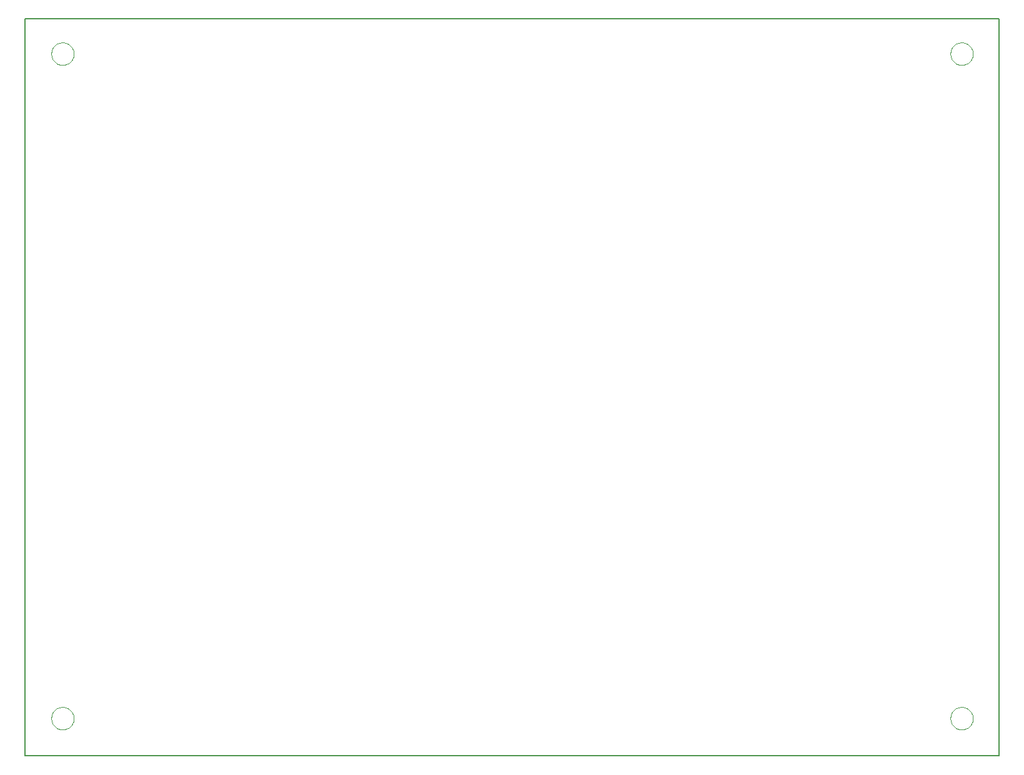
<source format=gko>
G75*
G70*
%OFA0B0*%
%FSLAX24Y24*%
%IPPOS*%
%LPD*%
%AMOC8*
5,1,8,0,0,1.08239X$1,22.5*
%
%ADD10C,0.0080*%
%ADD11C,0.0000*%
D10*
X000140Y000140D02*
X000140Y039510D01*
X052132Y039510D01*
X052132Y000140D01*
X000140Y000140D01*
D11*
X001540Y002140D02*
X001542Y002189D01*
X001548Y002237D01*
X001558Y002285D01*
X001572Y002332D01*
X001589Y002378D01*
X001610Y002422D01*
X001635Y002464D01*
X001663Y002504D01*
X001695Y002542D01*
X001729Y002577D01*
X001766Y002609D01*
X001805Y002638D01*
X001847Y002664D01*
X001891Y002686D01*
X001936Y002704D01*
X001983Y002719D01*
X002030Y002730D01*
X002079Y002737D01*
X002128Y002740D01*
X002177Y002739D01*
X002225Y002734D01*
X002274Y002725D01*
X002321Y002712D01*
X002367Y002695D01*
X002411Y002675D01*
X002454Y002651D01*
X002495Y002624D01*
X002533Y002593D01*
X002569Y002560D01*
X002601Y002524D01*
X002631Y002485D01*
X002658Y002444D01*
X002681Y002400D01*
X002700Y002355D01*
X002716Y002309D01*
X002728Y002262D01*
X002736Y002213D01*
X002740Y002164D01*
X002740Y002116D01*
X002736Y002067D01*
X002728Y002018D01*
X002716Y001971D01*
X002700Y001925D01*
X002681Y001880D01*
X002658Y001836D01*
X002631Y001795D01*
X002601Y001756D01*
X002569Y001720D01*
X002533Y001687D01*
X002495Y001656D01*
X002454Y001629D01*
X002411Y001605D01*
X002367Y001585D01*
X002321Y001568D01*
X002274Y001555D01*
X002225Y001546D01*
X002177Y001541D01*
X002128Y001540D01*
X002079Y001543D01*
X002030Y001550D01*
X001983Y001561D01*
X001936Y001576D01*
X001891Y001594D01*
X001847Y001616D01*
X001805Y001642D01*
X001766Y001671D01*
X001729Y001703D01*
X001695Y001738D01*
X001663Y001776D01*
X001635Y001816D01*
X001610Y001858D01*
X001589Y001902D01*
X001572Y001948D01*
X001558Y001995D01*
X001548Y002043D01*
X001542Y002091D01*
X001540Y002140D01*
X001540Y037640D02*
X001542Y037689D01*
X001548Y037737D01*
X001558Y037785D01*
X001572Y037832D01*
X001589Y037878D01*
X001610Y037922D01*
X001635Y037964D01*
X001663Y038004D01*
X001695Y038042D01*
X001729Y038077D01*
X001766Y038109D01*
X001805Y038138D01*
X001847Y038164D01*
X001891Y038186D01*
X001936Y038204D01*
X001983Y038219D01*
X002030Y038230D01*
X002079Y038237D01*
X002128Y038240D01*
X002177Y038239D01*
X002225Y038234D01*
X002274Y038225D01*
X002321Y038212D01*
X002367Y038195D01*
X002411Y038175D01*
X002454Y038151D01*
X002495Y038124D01*
X002533Y038093D01*
X002569Y038060D01*
X002601Y038024D01*
X002631Y037985D01*
X002658Y037944D01*
X002681Y037900D01*
X002700Y037855D01*
X002716Y037809D01*
X002728Y037762D01*
X002736Y037713D01*
X002740Y037664D01*
X002740Y037616D01*
X002736Y037567D01*
X002728Y037518D01*
X002716Y037471D01*
X002700Y037425D01*
X002681Y037380D01*
X002658Y037336D01*
X002631Y037295D01*
X002601Y037256D01*
X002569Y037220D01*
X002533Y037187D01*
X002495Y037156D01*
X002454Y037129D01*
X002411Y037105D01*
X002367Y037085D01*
X002321Y037068D01*
X002274Y037055D01*
X002225Y037046D01*
X002177Y037041D01*
X002128Y037040D01*
X002079Y037043D01*
X002030Y037050D01*
X001983Y037061D01*
X001936Y037076D01*
X001891Y037094D01*
X001847Y037116D01*
X001805Y037142D01*
X001766Y037171D01*
X001729Y037203D01*
X001695Y037238D01*
X001663Y037276D01*
X001635Y037316D01*
X001610Y037358D01*
X001589Y037402D01*
X001572Y037448D01*
X001558Y037495D01*
X001548Y037543D01*
X001542Y037591D01*
X001540Y037640D01*
X049540Y037640D02*
X049542Y037689D01*
X049548Y037737D01*
X049558Y037785D01*
X049572Y037832D01*
X049589Y037878D01*
X049610Y037922D01*
X049635Y037964D01*
X049663Y038004D01*
X049695Y038042D01*
X049729Y038077D01*
X049766Y038109D01*
X049805Y038138D01*
X049847Y038164D01*
X049891Y038186D01*
X049936Y038204D01*
X049983Y038219D01*
X050030Y038230D01*
X050079Y038237D01*
X050128Y038240D01*
X050177Y038239D01*
X050225Y038234D01*
X050274Y038225D01*
X050321Y038212D01*
X050367Y038195D01*
X050411Y038175D01*
X050454Y038151D01*
X050495Y038124D01*
X050533Y038093D01*
X050569Y038060D01*
X050601Y038024D01*
X050631Y037985D01*
X050658Y037944D01*
X050681Y037900D01*
X050700Y037855D01*
X050716Y037809D01*
X050728Y037762D01*
X050736Y037713D01*
X050740Y037664D01*
X050740Y037616D01*
X050736Y037567D01*
X050728Y037518D01*
X050716Y037471D01*
X050700Y037425D01*
X050681Y037380D01*
X050658Y037336D01*
X050631Y037295D01*
X050601Y037256D01*
X050569Y037220D01*
X050533Y037187D01*
X050495Y037156D01*
X050454Y037129D01*
X050411Y037105D01*
X050367Y037085D01*
X050321Y037068D01*
X050274Y037055D01*
X050225Y037046D01*
X050177Y037041D01*
X050128Y037040D01*
X050079Y037043D01*
X050030Y037050D01*
X049983Y037061D01*
X049936Y037076D01*
X049891Y037094D01*
X049847Y037116D01*
X049805Y037142D01*
X049766Y037171D01*
X049729Y037203D01*
X049695Y037238D01*
X049663Y037276D01*
X049635Y037316D01*
X049610Y037358D01*
X049589Y037402D01*
X049572Y037448D01*
X049558Y037495D01*
X049548Y037543D01*
X049542Y037591D01*
X049540Y037640D01*
X049540Y002140D02*
X049542Y002189D01*
X049548Y002237D01*
X049558Y002285D01*
X049572Y002332D01*
X049589Y002378D01*
X049610Y002422D01*
X049635Y002464D01*
X049663Y002504D01*
X049695Y002542D01*
X049729Y002577D01*
X049766Y002609D01*
X049805Y002638D01*
X049847Y002664D01*
X049891Y002686D01*
X049936Y002704D01*
X049983Y002719D01*
X050030Y002730D01*
X050079Y002737D01*
X050128Y002740D01*
X050177Y002739D01*
X050225Y002734D01*
X050274Y002725D01*
X050321Y002712D01*
X050367Y002695D01*
X050411Y002675D01*
X050454Y002651D01*
X050495Y002624D01*
X050533Y002593D01*
X050569Y002560D01*
X050601Y002524D01*
X050631Y002485D01*
X050658Y002444D01*
X050681Y002400D01*
X050700Y002355D01*
X050716Y002309D01*
X050728Y002262D01*
X050736Y002213D01*
X050740Y002164D01*
X050740Y002116D01*
X050736Y002067D01*
X050728Y002018D01*
X050716Y001971D01*
X050700Y001925D01*
X050681Y001880D01*
X050658Y001836D01*
X050631Y001795D01*
X050601Y001756D01*
X050569Y001720D01*
X050533Y001687D01*
X050495Y001656D01*
X050454Y001629D01*
X050411Y001605D01*
X050367Y001585D01*
X050321Y001568D01*
X050274Y001555D01*
X050225Y001546D01*
X050177Y001541D01*
X050128Y001540D01*
X050079Y001543D01*
X050030Y001550D01*
X049983Y001561D01*
X049936Y001576D01*
X049891Y001594D01*
X049847Y001616D01*
X049805Y001642D01*
X049766Y001671D01*
X049729Y001703D01*
X049695Y001738D01*
X049663Y001776D01*
X049635Y001816D01*
X049610Y001858D01*
X049589Y001902D01*
X049572Y001948D01*
X049558Y001995D01*
X049548Y002043D01*
X049542Y002091D01*
X049540Y002140D01*
M02*

</source>
